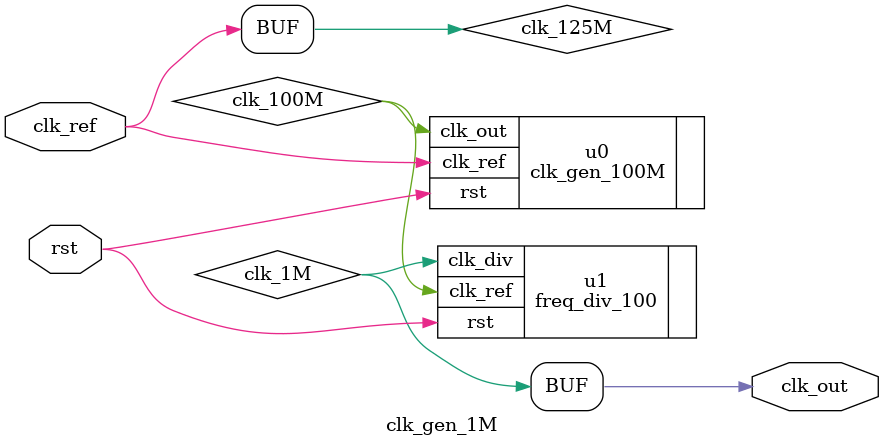
<source format=v>
`timescale 1ns / 1ps

module clk_gen_1M(
    input   clk_ref,
    input   rst,
    output  clk_out
    );

    wire    clk_125M = clk_ref;
    wire    clk_100M;
    wire    clk_1M;

    clk_gen_100M     u0  (.clk_ref(clk_125M), .rst(rst), .clk_out(clk_100M));
    freq_div_100    u1  (.clk_ref(clk_100M), .rst(rst), .clk_div(clk_1M));
    assign clk_out = clk_1M;
endmodule

</source>
